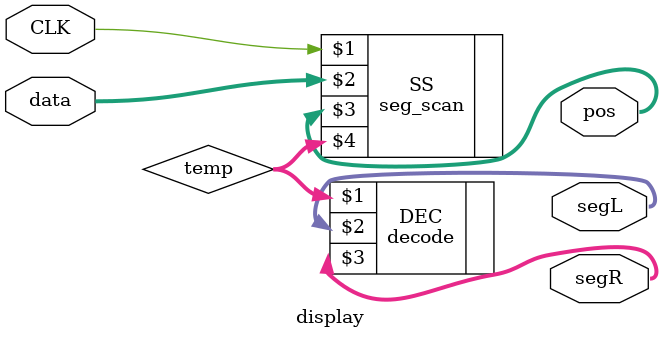
<source format=v>
`timescale 1ns / 1ps


module display(
    input CLK,
    input [23:0] data, // number to be displayed
    output [5:0] pos, // position to display
    output [7:0] segL, segR // digit to display
    );
    
    wire [3:0] temp;
    
    seg_scan SS(CLK, data, pos, temp);
    decode DEC(temp, segL, segR);
endmodule

</source>
